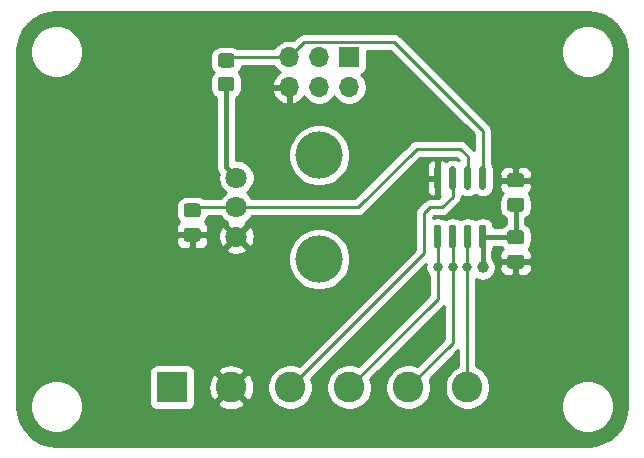
<source format=gbr>
%TF.GenerationSoftware,KiCad,Pcbnew,5.1.9-73d0e3b20d~88~ubuntu20.04.1*%
%TF.CreationDate,2021-04-09T22:55:46+02:00*%
%TF.ProjectId,hardware,68617264-7761-4726-952e-6b696361645f,rev?*%
%TF.SameCoordinates,Original*%
%TF.FileFunction,Copper,L1,Top*%
%TF.FilePolarity,Positive*%
%FSLAX46Y46*%
G04 Gerber Fmt 4.6, Leading zero omitted, Abs format (unit mm)*
G04 Created by KiCad (PCBNEW 5.1.9-73d0e3b20d~88~ubuntu20.04.1) date 2021-04-09 22:55:46*
%MOMM*%
%LPD*%
G01*
G04 APERTURE LIST*
%TA.AperFunction,ComponentPad*%
%ADD10R,2.600000X2.600000*%
%TD*%
%TA.AperFunction,ComponentPad*%
%ADD11C,2.600000*%
%TD*%
%TA.AperFunction,ComponentPad*%
%ADD12R,1.700000X1.700000*%
%TD*%
%TA.AperFunction,ComponentPad*%
%ADD13O,1.700000X1.700000*%
%TD*%
%TA.AperFunction,WasherPad*%
%ADD14C,4.000000*%
%TD*%
%TA.AperFunction,ComponentPad*%
%ADD15C,1.800000*%
%TD*%
%TA.AperFunction,ViaPad*%
%ADD16C,0.800000*%
%TD*%
%TA.AperFunction,ViaPad*%
%ADD17C,1.000000*%
%TD*%
%TA.AperFunction,Conductor*%
%ADD18C,0.400000*%
%TD*%
%TA.AperFunction,Conductor*%
%ADD19C,0.250000*%
%TD*%
%TA.AperFunction,Conductor*%
%ADD20C,0.254000*%
%TD*%
%TA.AperFunction,Conductor*%
%ADD21C,0.100000*%
%TD*%
G04 APERTURE END LIST*
%TO.P,C1,2*%
%TO.N,GND*%
%TA.AperFunction,SMDPad,CuDef*%
G36*
G01*
X111412000Y-141187500D02*
X112362000Y-141187500D01*
G75*
G02*
X112612000Y-141437500I0J-250000D01*
G01*
X112612000Y-142112500D01*
G75*
G02*
X112362000Y-142362500I-250000J0D01*
G01*
X111412000Y-142362500D01*
G75*
G02*
X111162000Y-142112500I0J250000D01*
G01*
X111162000Y-141437500D01*
G75*
G02*
X111412000Y-141187500I250000J0D01*
G01*
G37*
%TD.AperFunction*%
%TO.P,C1,1*%
%TO.N,+5V*%
%TA.AperFunction,SMDPad,CuDef*%
G36*
G01*
X111412000Y-139112500D02*
X112362000Y-139112500D01*
G75*
G02*
X112612000Y-139362500I0J-250000D01*
G01*
X112612000Y-140037500D01*
G75*
G02*
X112362000Y-140287500I-250000J0D01*
G01*
X111412000Y-140287500D01*
G75*
G02*
X111162000Y-140037500I0J250000D01*
G01*
X111162000Y-139362500D01*
G75*
G02*
X111412000Y-139112500I250000J0D01*
G01*
G37*
%TD.AperFunction*%
%TD*%
%TO.P,C2,1*%
%TO.N,+5V*%
%TA.AperFunction,SMDPad,CuDef*%
G36*
G01*
X112362000Y-137536500D02*
X111412000Y-137536500D01*
G75*
G02*
X111162000Y-137286500I0J250000D01*
G01*
X111162000Y-136611500D01*
G75*
G02*
X111412000Y-136361500I250000J0D01*
G01*
X112362000Y-136361500D01*
G75*
G02*
X112612000Y-136611500I0J-250000D01*
G01*
X112612000Y-137286500D01*
G75*
G02*
X112362000Y-137536500I-250000J0D01*
G01*
G37*
%TD.AperFunction*%
%TO.P,C2,2*%
%TO.N,GND*%
%TA.AperFunction,SMDPad,CuDef*%
G36*
G01*
X112362000Y-135461500D02*
X111412000Y-135461500D01*
G75*
G02*
X111162000Y-135211500I0J250000D01*
G01*
X111162000Y-134536500D01*
G75*
G02*
X111412000Y-134286500I250000J0D01*
G01*
X112362000Y-134286500D01*
G75*
G02*
X112612000Y-134536500I0J-250000D01*
G01*
X112612000Y-135211500D01*
G75*
G02*
X112362000Y-135461500I-250000J0D01*
G01*
G37*
%TD.AperFunction*%
%TD*%
%TO.P,C3,1*%
%TO.N,POT*%
%TA.AperFunction,SMDPad,CuDef*%
G36*
G01*
X84025000Y-136837500D02*
X84975000Y-136837500D01*
G75*
G02*
X85225000Y-137087500I0J-250000D01*
G01*
X85225000Y-137762500D01*
G75*
G02*
X84975000Y-138012500I-250000J0D01*
G01*
X84025000Y-138012500D01*
G75*
G02*
X83775000Y-137762500I0J250000D01*
G01*
X83775000Y-137087500D01*
G75*
G02*
X84025000Y-136837500I250000J0D01*
G01*
G37*
%TD.AperFunction*%
%TO.P,C3,2*%
%TO.N,GND*%
%TA.AperFunction,SMDPad,CuDef*%
G36*
G01*
X84025000Y-138912500D02*
X84975000Y-138912500D01*
G75*
G02*
X85225000Y-139162500I0J-250000D01*
G01*
X85225000Y-139837500D01*
G75*
G02*
X84975000Y-140087500I-250000J0D01*
G01*
X84025000Y-140087500D01*
G75*
G02*
X83775000Y-139837500I0J250000D01*
G01*
X83775000Y-139162500D01*
G75*
G02*
X84025000Y-138912500I250000J0D01*
G01*
G37*
%TD.AperFunction*%
%TD*%
D10*
%TO.P,J1,1*%
%TO.N,+5V*%
X82804000Y-152400000D03*
D11*
%TO.P,J1,2*%
%TO.N,GND*%
X87804000Y-152400000D03*
%TO.P,J1,3*%
%TO.N,PWM*%
X92804000Y-152400000D03*
%TO.P,J1,4*%
%TO.N,PB0*%
X97804000Y-152400000D03*
%TO.P,J1,5*%
%TO.N,PB1*%
X102804000Y-152400000D03*
%TO.P,J1,6*%
%TO.N,PB2*%
X107804000Y-152400000D03*
%TD*%
D12*
%TO.P,J2,1*%
%TO.N,PB1*%
X97790000Y-124460000D03*
D13*
%TO.P,J2,2*%
%TO.N,+5V*%
X97790000Y-127000000D03*
%TO.P,J2,3*%
%TO.N,PB2*%
X95250000Y-124460000D03*
%TO.P,J2,4*%
%TO.N,PB0*%
X95250000Y-127000000D03*
%TO.P,J2,5*%
%TO.N,nRST*%
X92710000Y-124460000D03*
%TO.P,J2,6*%
%TO.N,GND*%
X92710000Y-127000000D03*
%TD*%
%TO.P,R1,1*%
%TO.N,+5V*%
%TA.AperFunction,SMDPad,CuDef*%
G36*
G01*
X87826001Y-127330000D02*
X86925999Y-127330000D01*
G75*
G02*
X86676000Y-127080001I0J249999D01*
G01*
X86676000Y-126379999D01*
G75*
G02*
X86925999Y-126130000I249999J0D01*
G01*
X87826001Y-126130000D01*
G75*
G02*
X88076000Y-126379999I0J-249999D01*
G01*
X88076000Y-127080001D01*
G75*
G02*
X87826001Y-127330000I-249999J0D01*
G01*
G37*
%TD.AperFunction*%
%TO.P,R1,2*%
%TO.N,nRST*%
%TA.AperFunction,SMDPad,CuDef*%
G36*
G01*
X87826001Y-125330000D02*
X86925999Y-125330000D01*
G75*
G02*
X86676000Y-125080001I0J249999D01*
G01*
X86676000Y-124379999D01*
G75*
G02*
X86925999Y-124130000I249999J0D01*
G01*
X87826001Y-124130000D01*
G75*
G02*
X88076000Y-124379999I0J-249999D01*
G01*
X88076000Y-125080001D01*
G75*
G02*
X87826001Y-125330000I-249999J0D01*
G01*
G37*
%TD.AperFunction*%
%TD*%
%TO.P,U1,8*%
%TO.N,+5V*%
%TA.AperFunction,SMDPad,CuDef*%
G36*
G01*
X108943000Y-138660000D02*
X109243000Y-138660000D01*
G75*
G02*
X109393000Y-138810000I0J-150000D01*
G01*
X109393000Y-140460000D01*
G75*
G02*
X109243000Y-140610000I-150000J0D01*
G01*
X108943000Y-140610000D01*
G75*
G02*
X108793000Y-140460000I0J150000D01*
G01*
X108793000Y-138810000D01*
G75*
G02*
X108943000Y-138660000I150000J0D01*
G01*
G37*
%TD.AperFunction*%
%TO.P,U1,7*%
%TO.N,PB2*%
%TA.AperFunction,SMDPad,CuDef*%
G36*
G01*
X107673000Y-138660000D02*
X107973000Y-138660000D01*
G75*
G02*
X108123000Y-138810000I0J-150000D01*
G01*
X108123000Y-140460000D01*
G75*
G02*
X107973000Y-140610000I-150000J0D01*
G01*
X107673000Y-140610000D01*
G75*
G02*
X107523000Y-140460000I0J150000D01*
G01*
X107523000Y-138810000D01*
G75*
G02*
X107673000Y-138660000I150000J0D01*
G01*
G37*
%TD.AperFunction*%
%TO.P,U1,6*%
%TO.N,PB1*%
%TA.AperFunction,SMDPad,CuDef*%
G36*
G01*
X106403000Y-138660000D02*
X106703000Y-138660000D01*
G75*
G02*
X106853000Y-138810000I0J-150000D01*
G01*
X106853000Y-140460000D01*
G75*
G02*
X106703000Y-140610000I-150000J0D01*
G01*
X106403000Y-140610000D01*
G75*
G02*
X106253000Y-140460000I0J150000D01*
G01*
X106253000Y-138810000D01*
G75*
G02*
X106403000Y-138660000I150000J0D01*
G01*
G37*
%TD.AperFunction*%
%TO.P,U1,5*%
%TO.N,PB0*%
%TA.AperFunction,SMDPad,CuDef*%
G36*
G01*
X105133000Y-138660000D02*
X105433000Y-138660000D01*
G75*
G02*
X105583000Y-138810000I0J-150000D01*
G01*
X105583000Y-140460000D01*
G75*
G02*
X105433000Y-140610000I-150000J0D01*
G01*
X105133000Y-140610000D01*
G75*
G02*
X104983000Y-140460000I0J150000D01*
G01*
X104983000Y-138810000D01*
G75*
G02*
X105133000Y-138660000I150000J0D01*
G01*
G37*
%TD.AperFunction*%
%TO.P,U1,4*%
%TO.N,GND*%
%TA.AperFunction,SMDPad,CuDef*%
G36*
G01*
X105133000Y-133710000D02*
X105433000Y-133710000D01*
G75*
G02*
X105583000Y-133860000I0J-150000D01*
G01*
X105583000Y-135510000D01*
G75*
G02*
X105433000Y-135660000I-150000J0D01*
G01*
X105133000Y-135660000D01*
G75*
G02*
X104983000Y-135510000I0J150000D01*
G01*
X104983000Y-133860000D01*
G75*
G02*
X105133000Y-133710000I150000J0D01*
G01*
G37*
%TD.AperFunction*%
%TO.P,U1,3*%
%TO.N,PWM*%
%TA.AperFunction,SMDPad,CuDef*%
G36*
G01*
X106403000Y-133710000D02*
X106703000Y-133710000D01*
G75*
G02*
X106853000Y-133860000I0J-150000D01*
G01*
X106853000Y-135510000D01*
G75*
G02*
X106703000Y-135660000I-150000J0D01*
G01*
X106403000Y-135660000D01*
G75*
G02*
X106253000Y-135510000I0J150000D01*
G01*
X106253000Y-133860000D01*
G75*
G02*
X106403000Y-133710000I150000J0D01*
G01*
G37*
%TD.AperFunction*%
%TO.P,U1,2*%
%TO.N,POT*%
%TA.AperFunction,SMDPad,CuDef*%
G36*
G01*
X107673000Y-133710000D02*
X107973000Y-133710000D01*
G75*
G02*
X108123000Y-133860000I0J-150000D01*
G01*
X108123000Y-135510000D01*
G75*
G02*
X107973000Y-135660000I-150000J0D01*
G01*
X107673000Y-135660000D01*
G75*
G02*
X107523000Y-135510000I0J150000D01*
G01*
X107523000Y-133860000D01*
G75*
G02*
X107673000Y-133710000I150000J0D01*
G01*
G37*
%TD.AperFunction*%
%TO.P,U1,1*%
%TO.N,nRST*%
%TA.AperFunction,SMDPad,CuDef*%
G36*
G01*
X108943000Y-133710000D02*
X109243000Y-133710000D01*
G75*
G02*
X109393000Y-133860000I0J-150000D01*
G01*
X109393000Y-135510000D01*
G75*
G02*
X109243000Y-135660000I-150000J0D01*
G01*
X108943000Y-135660000D01*
G75*
G02*
X108793000Y-135510000I0J150000D01*
G01*
X108793000Y-133860000D01*
G75*
G02*
X108943000Y-133710000I150000J0D01*
G01*
G37*
%TD.AperFunction*%
%TD*%
D14*
%TO.P,RV1,*%
%TO.N,*%
X95250000Y-141560000D03*
X95250000Y-132760000D03*
D15*
%TO.P,RV1,1*%
%TO.N,GND*%
X88250000Y-139660000D03*
%TO.P,RV1,2*%
%TO.N,POT*%
X88250000Y-137160000D03*
%TO.P,RV1,3*%
%TO.N,+5V*%
X88250000Y-134660000D03*
%TD*%
D16*
%TO.N,GND*%
X111760000Y-130810000D03*
X111887000Y-146050000D03*
D17*
%TO.N,+5V*%
X109093000Y-142240000D03*
D16*
%TO.N,PB2*%
X107804000Y-142259000D03*
%TO.N,PB1*%
X106553000Y-142240000D03*
%TO.N,PB0*%
X105283000Y-142240000D03*
%TD*%
D18*
%TO.N,+5V*%
X109093000Y-142240000D02*
X109093000Y-139635000D01*
X111887000Y-136949000D02*
X111887000Y-139700000D01*
X109158000Y-139700000D02*
X109093000Y-139635000D01*
X111887000Y-139700000D02*
X109158000Y-139700000D01*
D19*
%TO.N,POT*%
X88250000Y-137160000D02*
X98552000Y-137160000D01*
X98552000Y-137160000D02*
X103505000Y-132207000D01*
X103505000Y-132207000D02*
X107188000Y-132207000D01*
X107823000Y-132842000D02*
X107823000Y-134685000D01*
X107188000Y-132207000D02*
X107823000Y-132842000D01*
X84582000Y-137160000D02*
X88250000Y-137160000D01*
%TO.N,PWM*%
X106553000Y-134685000D02*
X106553000Y-136271000D01*
X106553000Y-136271000D02*
X105664000Y-137160000D01*
X105664000Y-137160000D02*
X104648000Y-137160000D01*
X104648000Y-137160000D02*
X104140000Y-137668000D01*
X104140000Y-141064000D02*
X92804000Y-152400000D01*
X104140000Y-137668000D02*
X104140000Y-141064000D01*
%TO.N,PB2*%
X107804000Y-139654000D02*
X107823000Y-139635000D01*
X107804000Y-152400000D02*
X107804000Y-142259000D01*
X107804000Y-142259000D02*
X107804000Y-139654000D01*
%TO.N,PB1*%
X106553000Y-148651000D02*
X102804000Y-152400000D01*
X106553000Y-139635000D02*
X106553000Y-142240000D01*
X106553000Y-142240000D02*
X106553000Y-148651000D01*
%TO.N,PB0*%
X105283000Y-144921000D02*
X97804000Y-152400000D01*
X105283000Y-139635000D02*
X105283000Y-142240000D01*
X105283000Y-142240000D02*
X105283000Y-144921000D01*
%TO.N,nRST*%
X109093000Y-134685000D02*
X109093000Y-130683000D01*
X109093000Y-130683000D02*
X101600000Y-123190000D01*
X93980000Y-123190000D02*
X92710000Y-124460000D01*
X101600000Y-123190000D02*
X93980000Y-123190000D01*
X87646000Y-124460000D02*
X87376000Y-124730000D01*
X92710000Y-124460000D02*
X87646000Y-124460000D01*
D18*
%TO.N,+5V*%
X87376000Y-133786000D02*
X88250000Y-134660000D01*
X87376000Y-126730000D02*
X87376000Y-133786000D01*
%TD*%
D20*
%TO.N,GND*%
X118648126Y-120726714D02*
X119271572Y-120914943D01*
X119846579Y-121220681D01*
X120351247Y-121632279D01*
X120766362Y-122134067D01*
X121076105Y-122706924D01*
X121268682Y-123329039D01*
X121340001Y-124007594D01*
X121340000Y-153967721D01*
X121273286Y-154648126D01*
X121085057Y-155271570D01*
X120779323Y-155846573D01*
X120367721Y-156351248D01*
X119865933Y-156766362D01*
X119293077Y-157076104D01*
X118670961Y-157268682D01*
X117992417Y-157340000D01*
X73032279Y-157340000D01*
X72351874Y-157273286D01*
X71728430Y-157085057D01*
X71153427Y-156779323D01*
X70648752Y-156367721D01*
X70233638Y-155865933D01*
X69923896Y-155293077D01*
X69731318Y-154670961D01*
X69660000Y-153992417D01*
X69660000Y-153779872D01*
X70765000Y-153779872D01*
X70765000Y-154220128D01*
X70850890Y-154651925D01*
X71019369Y-155058669D01*
X71263962Y-155424729D01*
X71575271Y-155736038D01*
X71941331Y-155980631D01*
X72348075Y-156149110D01*
X72779872Y-156235000D01*
X73220128Y-156235000D01*
X73651925Y-156149110D01*
X74058669Y-155980631D01*
X74424729Y-155736038D01*
X74736038Y-155424729D01*
X74980631Y-155058669D01*
X75149110Y-154651925D01*
X75235000Y-154220128D01*
X75235000Y-153779872D01*
X75149110Y-153348075D01*
X74980631Y-152941331D01*
X74736038Y-152575271D01*
X74424729Y-152263962D01*
X74058669Y-152019369D01*
X73651925Y-151850890D01*
X73220128Y-151765000D01*
X72779872Y-151765000D01*
X72348075Y-151850890D01*
X71941331Y-152019369D01*
X71575271Y-152263962D01*
X71263962Y-152575271D01*
X71019369Y-152941331D01*
X70850890Y-153348075D01*
X70765000Y-153779872D01*
X69660000Y-153779872D01*
X69660000Y-151100000D01*
X80865928Y-151100000D01*
X80865928Y-153700000D01*
X80878188Y-153824482D01*
X80914498Y-153944180D01*
X80973463Y-154054494D01*
X81052815Y-154151185D01*
X81149506Y-154230537D01*
X81259820Y-154289502D01*
X81379518Y-154325812D01*
X81504000Y-154338072D01*
X84104000Y-154338072D01*
X84228482Y-154325812D01*
X84348180Y-154289502D01*
X84458494Y-154230537D01*
X84555185Y-154151185D01*
X84634537Y-154054494D01*
X84693502Y-153944180D01*
X84729812Y-153824482D01*
X84737224Y-153749224D01*
X86634381Y-153749224D01*
X86766317Y-154044312D01*
X87107045Y-154215159D01*
X87474557Y-154316250D01*
X87854729Y-154343701D01*
X88232951Y-154296457D01*
X88594690Y-154176333D01*
X88841683Y-154044312D01*
X88973619Y-153749224D01*
X87804000Y-152579605D01*
X86634381Y-153749224D01*
X84737224Y-153749224D01*
X84742072Y-153700000D01*
X84742072Y-152450729D01*
X85860299Y-152450729D01*
X85907543Y-152828951D01*
X86027667Y-153190690D01*
X86159688Y-153437683D01*
X86454776Y-153569619D01*
X87624395Y-152400000D01*
X87983605Y-152400000D01*
X89153224Y-153569619D01*
X89448312Y-153437683D01*
X89619159Y-153096955D01*
X89720250Y-152729443D01*
X89747701Y-152349271D01*
X89700457Y-151971049D01*
X89580333Y-151609310D01*
X89448312Y-151362317D01*
X89153224Y-151230381D01*
X87983605Y-152400000D01*
X87624395Y-152400000D01*
X86454776Y-151230381D01*
X86159688Y-151362317D01*
X85988841Y-151703045D01*
X85887750Y-152070557D01*
X85860299Y-152450729D01*
X84742072Y-152450729D01*
X84742072Y-151100000D01*
X84737225Y-151050776D01*
X86634381Y-151050776D01*
X87804000Y-152220395D01*
X88973619Y-151050776D01*
X88841683Y-150755688D01*
X88500955Y-150584841D01*
X88133443Y-150483750D01*
X87753271Y-150456299D01*
X87375049Y-150503543D01*
X87013310Y-150623667D01*
X86766317Y-150755688D01*
X86634381Y-151050776D01*
X84737225Y-151050776D01*
X84729812Y-150975518D01*
X84693502Y-150855820D01*
X84634537Y-150745506D01*
X84555185Y-150648815D01*
X84458494Y-150569463D01*
X84348180Y-150510498D01*
X84228482Y-150474188D01*
X84104000Y-150461928D01*
X81504000Y-150461928D01*
X81379518Y-150474188D01*
X81259820Y-150510498D01*
X81149506Y-150569463D01*
X81052815Y-150648815D01*
X80973463Y-150745506D01*
X80914498Y-150855820D01*
X80878188Y-150975518D01*
X80865928Y-151100000D01*
X69660000Y-151100000D01*
X69660000Y-141300475D01*
X92615000Y-141300475D01*
X92615000Y-141819525D01*
X92716261Y-142328601D01*
X92914893Y-142808141D01*
X93203262Y-143239715D01*
X93570285Y-143606738D01*
X94001859Y-143895107D01*
X94481399Y-144093739D01*
X94990475Y-144195000D01*
X95509525Y-144195000D01*
X96018601Y-144093739D01*
X96498141Y-143895107D01*
X96929715Y-143606738D01*
X97296738Y-143239715D01*
X97585107Y-142808141D01*
X97783739Y-142328601D01*
X97885000Y-141819525D01*
X97885000Y-141300475D01*
X97783739Y-140791399D01*
X97585107Y-140311859D01*
X97296738Y-139880285D01*
X96929715Y-139513262D01*
X96498141Y-139224893D01*
X96018601Y-139026261D01*
X95509525Y-138925000D01*
X94990475Y-138925000D01*
X94481399Y-139026261D01*
X94001859Y-139224893D01*
X93570285Y-139513262D01*
X93203262Y-139880285D01*
X92914893Y-140311859D01*
X92716261Y-140791399D01*
X92615000Y-141300475D01*
X69660000Y-141300475D01*
X69660000Y-140087500D01*
X83136928Y-140087500D01*
X83149188Y-140211982D01*
X83185498Y-140331680D01*
X83244463Y-140441994D01*
X83323815Y-140538685D01*
X83420506Y-140618037D01*
X83530820Y-140677002D01*
X83650518Y-140713312D01*
X83775000Y-140725572D01*
X84214250Y-140722500D01*
X84373000Y-140563750D01*
X84373000Y-139627000D01*
X84627000Y-139627000D01*
X84627000Y-140563750D01*
X84785750Y-140722500D01*
X85225000Y-140725572D01*
X85240149Y-140724080D01*
X87365525Y-140724080D01*
X87449208Y-140978261D01*
X87721775Y-141109158D01*
X88014642Y-141184365D01*
X88316553Y-141200991D01*
X88615907Y-141158397D01*
X88901199Y-141058222D01*
X89050792Y-140978261D01*
X89134475Y-140724080D01*
X88250000Y-139839605D01*
X87365525Y-140724080D01*
X85240149Y-140724080D01*
X85349482Y-140713312D01*
X85469180Y-140677002D01*
X85579494Y-140618037D01*
X85676185Y-140538685D01*
X85755537Y-140441994D01*
X85814502Y-140331680D01*
X85850812Y-140211982D01*
X85863072Y-140087500D01*
X85860000Y-139785750D01*
X85800803Y-139726553D01*
X86709009Y-139726553D01*
X86751603Y-140025907D01*
X86851778Y-140311199D01*
X86931739Y-140460792D01*
X87185920Y-140544475D01*
X88070395Y-139660000D01*
X88429605Y-139660000D01*
X89314080Y-140544475D01*
X89568261Y-140460792D01*
X89699158Y-140188225D01*
X89774365Y-139895358D01*
X89790991Y-139593447D01*
X89748397Y-139294093D01*
X89648222Y-139008801D01*
X89568261Y-138859208D01*
X89314080Y-138775525D01*
X88429605Y-139660000D01*
X88070395Y-139660000D01*
X87185920Y-138775525D01*
X86931739Y-138859208D01*
X86800842Y-139131775D01*
X86725635Y-139424642D01*
X86709009Y-139726553D01*
X85800803Y-139726553D01*
X85701250Y-139627000D01*
X84627000Y-139627000D01*
X84373000Y-139627000D01*
X83298750Y-139627000D01*
X83140000Y-139785750D01*
X83136928Y-140087500D01*
X69660000Y-140087500D01*
X69660000Y-137087500D01*
X83136928Y-137087500D01*
X83136928Y-137762500D01*
X83153992Y-137935754D01*
X83204528Y-138102350D01*
X83286595Y-138255886D01*
X83397038Y-138390462D01*
X83403594Y-138395842D01*
X83323815Y-138461315D01*
X83244463Y-138558006D01*
X83185498Y-138668320D01*
X83149188Y-138788018D01*
X83136928Y-138912500D01*
X83140000Y-139214250D01*
X83298750Y-139373000D01*
X84373000Y-139373000D01*
X84373000Y-139353000D01*
X84627000Y-139353000D01*
X84627000Y-139373000D01*
X85701250Y-139373000D01*
X85860000Y-139214250D01*
X85863072Y-138912500D01*
X85850812Y-138788018D01*
X85814502Y-138668320D01*
X85755537Y-138558006D01*
X85676185Y-138461315D01*
X85596406Y-138395842D01*
X85602962Y-138390462D01*
X85713405Y-138255886D01*
X85795472Y-138102350D01*
X85846008Y-137935754D01*
X85847560Y-137920000D01*
X86911687Y-137920000D01*
X87057688Y-138138505D01*
X87271495Y-138352312D01*
X87414310Y-138447738D01*
X87365525Y-138595920D01*
X88250000Y-139480395D01*
X89134475Y-138595920D01*
X89085690Y-138447738D01*
X89228505Y-138352312D01*
X89442312Y-138138505D01*
X89588313Y-137920000D01*
X98514678Y-137920000D01*
X98552000Y-137923676D01*
X98589322Y-137920000D01*
X98589333Y-137920000D01*
X98700986Y-137909003D01*
X98844247Y-137865546D01*
X98976276Y-137794974D01*
X99092001Y-137700001D01*
X99115804Y-137670997D01*
X101126801Y-135660000D01*
X104344928Y-135660000D01*
X104357188Y-135784482D01*
X104393498Y-135904180D01*
X104452463Y-136014494D01*
X104531815Y-136111185D01*
X104628506Y-136190537D01*
X104738820Y-136249502D01*
X104858518Y-136285812D01*
X104983000Y-136298072D01*
X104997250Y-136295000D01*
X105156000Y-136136250D01*
X105156000Y-134812000D01*
X104506750Y-134812000D01*
X104348000Y-134970750D01*
X104344928Y-135660000D01*
X101126801Y-135660000D01*
X103076801Y-133710000D01*
X104344928Y-133710000D01*
X104348000Y-134399250D01*
X104506750Y-134558000D01*
X105156000Y-134558000D01*
X105156000Y-133233750D01*
X104997250Y-133075000D01*
X104983000Y-133071928D01*
X104858518Y-133084188D01*
X104738820Y-133120498D01*
X104628506Y-133179463D01*
X104531815Y-133258815D01*
X104452463Y-133355506D01*
X104393498Y-133465820D01*
X104357188Y-133585518D01*
X104344928Y-133710000D01*
X103076801Y-133710000D01*
X103819802Y-132967000D01*
X106873199Y-132967000D01*
X107063000Y-133156802D01*
X107063000Y-133163141D01*
X107004582Y-133131916D01*
X106856745Y-133087071D01*
X106703000Y-133071928D01*
X106403000Y-133071928D01*
X106249255Y-133087071D01*
X106101418Y-133131916D01*
X105967064Y-133203730D01*
X105937494Y-133179463D01*
X105827180Y-133120498D01*
X105707482Y-133084188D01*
X105583000Y-133071928D01*
X105568750Y-133075000D01*
X105410000Y-133233750D01*
X105410000Y-134558000D01*
X105430000Y-134558000D01*
X105430000Y-134812000D01*
X105410000Y-134812000D01*
X105410000Y-136136250D01*
X105511474Y-136237724D01*
X105349199Y-136400000D01*
X104685322Y-136400000D01*
X104647999Y-136396324D01*
X104610676Y-136400000D01*
X104610667Y-136400000D01*
X104499014Y-136410997D01*
X104355753Y-136454454D01*
X104223724Y-136525026D01*
X104107999Y-136619999D01*
X104084200Y-136648998D01*
X103629002Y-137104197D01*
X103599999Y-137127999D01*
X103573737Y-137160000D01*
X103505026Y-137243724D01*
X103470142Y-137308987D01*
X103434454Y-137375754D01*
X103390997Y-137519015D01*
X103380000Y-137630668D01*
X103380000Y-137630678D01*
X103376324Y-137668000D01*
X103380000Y-137705323D01*
X103380001Y-140749197D01*
X93524986Y-150604213D01*
X93368419Y-150539361D01*
X92994581Y-150465000D01*
X92613419Y-150465000D01*
X92239581Y-150539361D01*
X91887434Y-150685225D01*
X91570509Y-150896987D01*
X91300987Y-151166509D01*
X91089225Y-151483434D01*
X90943361Y-151835581D01*
X90869000Y-152209419D01*
X90869000Y-152590581D01*
X90943361Y-152964419D01*
X91089225Y-153316566D01*
X91300987Y-153633491D01*
X91570509Y-153903013D01*
X91887434Y-154114775D01*
X92239581Y-154260639D01*
X92613419Y-154335000D01*
X92994581Y-154335000D01*
X93368419Y-154260639D01*
X93720566Y-154114775D01*
X94037491Y-153903013D01*
X94307013Y-153633491D01*
X94518775Y-153316566D01*
X94664639Y-152964419D01*
X94739000Y-152590581D01*
X94739000Y-152209419D01*
X94664639Y-151835581D01*
X94599787Y-151679014D01*
X104274632Y-142004170D01*
X104248000Y-142138061D01*
X104248000Y-142341939D01*
X104287774Y-142541898D01*
X104365795Y-142730256D01*
X104479063Y-142899774D01*
X104523000Y-142943711D01*
X104523001Y-144606197D01*
X98524986Y-150604213D01*
X98368419Y-150539361D01*
X97994581Y-150465000D01*
X97613419Y-150465000D01*
X97239581Y-150539361D01*
X96887434Y-150685225D01*
X96570509Y-150896987D01*
X96300987Y-151166509D01*
X96089225Y-151483434D01*
X95943361Y-151835581D01*
X95869000Y-152209419D01*
X95869000Y-152590581D01*
X95943361Y-152964419D01*
X96089225Y-153316566D01*
X96300987Y-153633491D01*
X96570509Y-153903013D01*
X96887434Y-154114775D01*
X97239581Y-154260639D01*
X97613419Y-154335000D01*
X97994581Y-154335000D01*
X98368419Y-154260639D01*
X98720566Y-154114775D01*
X99037491Y-153903013D01*
X99307013Y-153633491D01*
X99518775Y-153316566D01*
X99664639Y-152964419D01*
X99739000Y-152590581D01*
X99739000Y-152209419D01*
X99664639Y-151835581D01*
X99599787Y-151679014D01*
X105793001Y-145485801D01*
X105793001Y-148336197D01*
X103524986Y-150604213D01*
X103368419Y-150539361D01*
X102994581Y-150465000D01*
X102613419Y-150465000D01*
X102239581Y-150539361D01*
X101887434Y-150685225D01*
X101570509Y-150896987D01*
X101300987Y-151166509D01*
X101089225Y-151483434D01*
X100943361Y-151835581D01*
X100869000Y-152209419D01*
X100869000Y-152590581D01*
X100943361Y-152964419D01*
X101089225Y-153316566D01*
X101300987Y-153633491D01*
X101570509Y-153903013D01*
X101887434Y-154114775D01*
X102239581Y-154260639D01*
X102613419Y-154335000D01*
X102994581Y-154335000D01*
X103368419Y-154260639D01*
X103720566Y-154114775D01*
X104037491Y-153903013D01*
X104307013Y-153633491D01*
X104518775Y-153316566D01*
X104664639Y-152964419D01*
X104739000Y-152590581D01*
X104739000Y-152209419D01*
X104664639Y-151835581D01*
X104599787Y-151679014D01*
X107044000Y-149234802D01*
X107044000Y-150620373D01*
X106887434Y-150685225D01*
X106570509Y-150896987D01*
X106300987Y-151166509D01*
X106089225Y-151483434D01*
X105943361Y-151835581D01*
X105869000Y-152209419D01*
X105869000Y-152590581D01*
X105943361Y-152964419D01*
X106089225Y-153316566D01*
X106300987Y-153633491D01*
X106570509Y-153903013D01*
X106887434Y-154114775D01*
X107239581Y-154260639D01*
X107613419Y-154335000D01*
X107994581Y-154335000D01*
X108368419Y-154260639D01*
X108720566Y-154114775D01*
X109037491Y-153903013D01*
X109160632Y-153779872D01*
X115765000Y-153779872D01*
X115765000Y-154220128D01*
X115850890Y-154651925D01*
X116019369Y-155058669D01*
X116263962Y-155424729D01*
X116575271Y-155736038D01*
X116941331Y-155980631D01*
X117348075Y-156149110D01*
X117779872Y-156235000D01*
X118220128Y-156235000D01*
X118651925Y-156149110D01*
X119058669Y-155980631D01*
X119424729Y-155736038D01*
X119736038Y-155424729D01*
X119980631Y-155058669D01*
X120149110Y-154651925D01*
X120235000Y-154220128D01*
X120235000Y-153779872D01*
X120149110Y-153348075D01*
X119980631Y-152941331D01*
X119736038Y-152575271D01*
X119424729Y-152263962D01*
X119058669Y-152019369D01*
X118651925Y-151850890D01*
X118220128Y-151765000D01*
X117779872Y-151765000D01*
X117348075Y-151850890D01*
X116941331Y-152019369D01*
X116575271Y-152263962D01*
X116263962Y-152575271D01*
X116019369Y-152941331D01*
X115850890Y-153348075D01*
X115765000Y-153779872D01*
X109160632Y-153779872D01*
X109307013Y-153633491D01*
X109518775Y-153316566D01*
X109664639Y-152964419D01*
X109739000Y-152590581D01*
X109739000Y-152209419D01*
X109664639Y-151835581D01*
X109518775Y-151483434D01*
X109307013Y-151166509D01*
X109037491Y-150896987D01*
X108720566Y-150685225D01*
X108564000Y-150620373D01*
X108564000Y-143249396D01*
X108761933Y-143331383D01*
X108981212Y-143375000D01*
X109204788Y-143375000D01*
X109424067Y-143331383D01*
X109630624Y-143245824D01*
X109816520Y-143121612D01*
X109974612Y-142963520D01*
X110098824Y-142777624D01*
X110184383Y-142571067D01*
X110225869Y-142362500D01*
X110523928Y-142362500D01*
X110536188Y-142486982D01*
X110572498Y-142606680D01*
X110631463Y-142716994D01*
X110710815Y-142813685D01*
X110807506Y-142893037D01*
X110917820Y-142952002D01*
X111037518Y-142988312D01*
X111162000Y-143000572D01*
X111601250Y-142997500D01*
X111760000Y-142838750D01*
X111760000Y-141902000D01*
X112014000Y-141902000D01*
X112014000Y-142838750D01*
X112172750Y-142997500D01*
X112612000Y-143000572D01*
X112736482Y-142988312D01*
X112856180Y-142952002D01*
X112966494Y-142893037D01*
X113063185Y-142813685D01*
X113142537Y-142716994D01*
X113201502Y-142606680D01*
X113237812Y-142486982D01*
X113250072Y-142362500D01*
X113247000Y-142060750D01*
X113088250Y-141902000D01*
X112014000Y-141902000D01*
X111760000Y-141902000D01*
X110685750Y-141902000D01*
X110527000Y-142060750D01*
X110523928Y-142362500D01*
X110225869Y-142362500D01*
X110228000Y-142351788D01*
X110228000Y-142128212D01*
X110184383Y-141908933D01*
X110098824Y-141702376D01*
X109974612Y-141516480D01*
X109928000Y-141469868D01*
X109928000Y-140842186D01*
X109971084Y-140761582D01*
X110015929Y-140613745D01*
X110023685Y-140535000D01*
X110676971Y-140535000D01*
X110784038Y-140665462D01*
X110790594Y-140670842D01*
X110710815Y-140736315D01*
X110631463Y-140833006D01*
X110572498Y-140943320D01*
X110536188Y-141063018D01*
X110523928Y-141187500D01*
X110527000Y-141489250D01*
X110685750Y-141648000D01*
X111760000Y-141648000D01*
X111760000Y-141628000D01*
X112014000Y-141628000D01*
X112014000Y-141648000D01*
X113088250Y-141648000D01*
X113247000Y-141489250D01*
X113250072Y-141187500D01*
X113237812Y-141063018D01*
X113201502Y-140943320D01*
X113142537Y-140833006D01*
X113063185Y-140736315D01*
X112983406Y-140670842D01*
X112989962Y-140665462D01*
X113100405Y-140530886D01*
X113182472Y-140377350D01*
X113233008Y-140210754D01*
X113250072Y-140037500D01*
X113250072Y-139362500D01*
X113233008Y-139189246D01*
X113182472Y-139022650D01*
X113100405Y-138869114D01*
X112989962Y-138734538D01*
X112855386Y-138624095D01*
X112722000Y-138552798D01*
X112722000Y-138096202D01*
X112855386Y-138024905D01*
X112989962Y-137914462D01*
X113100405Y-137779886D01*
X113182472Y-137626350D01*
X113233008Y-137459754D01*
X113250072Y-137286500D01*
X113250072Y-136611500D01*
X113233008Y-136438246D01*
X113182472Y-136271650D01*
X113100405Y-136118114D01*
X112989962Y-135983538D01*
X112983406Y-135978158D01*
X113063185Y-135912685D01*
X113142537Y-135815994D01*
X113201502Y-135705680D01*
X113237812Y-135585982D01*
X113250072Y-135461500D01*
X113247000Y-135159750D01*
X113088250Y-135001000D01*
X112014000Y-135001000D01*
X112014000Y-135021000D01*
X111760000Y-135021000D01*
X111760000Y-135001000D01*
X110685750Y-135001000D01*
X110527000Y-135159750D01*
X110523928Y-135461500D01*
X110536188Y-135585982D01*
X110572498Y-135705680D01*
X110631463Y-135815994D01*
X110710815Y-135912685D01*
X110790594Y-135978158D01*
X110784038Y-135983538D01*
X110673595Y-136118114D01*
X110591528Y-136271650D01*
X110540992Y-136438246D01*
X110523928Y-136611500D01*
X110523928Y-137286500D01*
X110540992Y-137459754D01*
X110591528Y-137626350D01*
X110673595Y-137779886D01*
X110784038Y-137914462D01*
X110918614Y-138024905D01*
X111052000Y-138096202D01*
X111052001Y-138552798D01*
X110918614Y-138624095D01*
X110784038Y-138734538D01*
X110676971Y-138865000D01*
X110031072Y-138865000D01*
X110031072Y-138810000D01*
X110015929Y-138656255D01*
X109971084Y-138508418D01*
X109898258Y-138372171D01*
X109800251Y-138252749D01*
X109680829Y-138154742D01*
X109544582Y-138081916D01*
X109396745Y-138037071D01*
X109243000Y-138021928D01*
X108943000Y-138021928D01*
X108789255Y-138037071D01*
X108641418Y-138081916D01*
X108505171Y-138154742D01*
X108458000Y-138193454D01*
X108410829Y-138154742D01*
X108274582Y-138081916D01*
X108126745Y-138037071D01*
X107973000Y-138021928D01*
X107673000Y-138021928D01*
X107519255Y-138037071D01*
X107371418Y-138081916D01*
X107235171Y-138154742D01*
X107188000Y-138193454D01*
X107140829Y-138154742D01*
X107004582Y-138081916D01*
X106856745Y-138037071D01*
X106703000Y-138021928D01*
X106403000Y-138021928D01*
X106249255Y-138037071D01*
X106101418Y-138081916D01*
X105965171Y-138154742D01*
X105918000Y-138193454D01*
X105870829Y-138154742D01*
X105734582Y-138081916D01*
X105586745Y-138037071D01*
X105433000Y-138021928D01*
X105133000Y-138021928D01*
X104979255Y-138037071D01*
X104900000Y-138061112D01*
X104900000Y-137982801D01*
X104962802Y-137920000D01*
X105626678Y-137920000D01*
X105664000Y-137923676D01*
X105701322Y-137920000D01*
X105701333Y-137920000D01*
X105812986Y-137909003D01*
X105956247Y-137865546D01*
X106088276Y-137794974D01*
X106204001Y-137700001D01*
X106227803Y-137670998D01*
X107064003Y-136834799D01*
X107093001Y-136811001D01*
X107187974Y-136695276D01*
X107258546Y-136563247D01*
X107302003Y-136419986D01*
X107313000Y-136308333D01*
X107313000Y-136308323D01*
X107316676Y-136271000D01*
X107313000Y-136233677D01*
X107313000Y-136206859D01*
X107371418Y-136238084D01*
X107519255Y-136282929D01*
X107673000Y-136298072D01*
X107973000Y-136298072D01*
X108126745Y-136282929D01*
X108274582Y-136238084D01*
X108410829Y-136165258D01*
X108458000Y-136126546D01*
X108505171Y-136165258D01*
X108641418Y-136238084D01*
X108789255Y-136282929D01*
X108943000Y-136298072D01*
X109243000Y-136298072D01*
X109396745Y-136282929D01*
X109544582Y-136238084D01*
X109680829Y-136165258D01*
X109800251Y-136067251D01*
X109898258Y-135947829D01*
X109971084Y-135811582D01*
X110015929Y-135663745D01*
X110031072Y-135510000D01*
X110031072Y-134286500D01*
X110523928Y-134286500D01*
X110527000Y-134588250D01*
X110685750Y-134747000D01*
X111760000Y-134747000D01*
X111760000Y-133810250D01*
X112014000Y-133810250D01*
X112014000Y-134747000D01*
X113088250Y-134747000D01*
X113247000Y-134588250D01*
X113250072Y-134286500D01*
X113237812Y-134162018D01*
X113201502Y-134042320D01*
X113142537Y-133932006D01*
X113063185Y-133835315D01*
X112966494Y-133755963D01*
X112856180Y-133696998D01*
X112736482Y-133660688D01*
X112612000Y-133648428D01*
X112172750Y-133651500D01*
X112014000Y-133810250D01*
X111760000Y-133810250D01*
X111601250Y-133651500D01*
X111162000Y-133648428D01*
X111037518Y-133660688D01*
X110917820Y-133696998D01*
X110807506Y-133755963D01*
X110710815Y-133835315D01*
X110631463Y-133932006D01*
X110572498Y-134042320D01*
X110536188Y-134162018D01*
X110523928Y-134286500D01*
X110031072Y-134286500D01*
X110031072Y-133860000D01*
X110015929Y-133706255D01*
X109971084Y-133558418D01*
X109898258Y-133422171D01*
X109853000Y-133367024D01*
X109853000Y-130720322D01*
X109856676Y-130682999D01*
X109853000Y-130645676D01*
X109853000Y-130645667D01*
X109842003Y-130534014D01*
X109798546Y-130390753D01*
X109727974Y-130258724D01*
X109633001Y-130142999D01*
X109604003Y-130119201D01*
X103264674Y-123779872D01*
X115765000Y-123779872D01*
X115765000Y-124220128D01*
X115850890Y-124651925D01*
X116019369Y-125058669D01*
X116263962Y-125424729D01*
X116575271Y-125736038D01*
X116941331Y-125980631D01*
X117348075Y-126149110D01*
X117779872Y-126235000D01*
X118220128Y-126235000D01*
X118651925Y-126149110D01*
X119058669Y-125980631D01*
X119424729Y-125736038D01*
X119736038Y-125424729D01*
X119980631Y-125058669D01*
X120149110Y-124651925D01*
X120235000Y-124220128D01*
X120235000Y-123779872D01*
X120149110Y-123348075D01*
X119980631Y-122941331D01*
X119736038Y-122575271D01*
X119424729Y-122263962D01*
X119058669Y-122019369D01*
X118651925Y-121850890D01*
X118220128Y-121765000D01*
X117779872Y-121765000D01*
X117348075Y-121850890D01*
X116941331Y-122019369D01*
X116575271Y-122263962D01*
X116263962Y-122575271D01*
X116019369Y-122941331D01*
X115850890Y-123348075D01*
X115765000Y-123779872D01*
X103264674Y-123779872D01*
X102163804Y-122679003D01*
X102140001Y-122649999D01*
X102024276Y-122555026D01*
X101892247Y-122484454D01*
X101748986Y-122440997D01*
X101637333Y-122430000D01*
X101637322Y-122430000D01*
X101600000Y-122426324D01*
X101562678Y-122430000D01*
X94017322Y-122430000D01*
X93979999Y-122426324D01*
X93942676Y-122430000D01*
X93942667Y-122430000D01*
X93831014Y-122440997D01*
X93687753Y-122484454D01*
X93555724Y-122555026D01*
X93439999Y-122649999D01*
X93416201Y-122678997D01*
X93076408Y-123018790D01*
X92856260Y-122975000D01*
X92563740Y-122975000D01*
X92276842Y-123032068D01*
X92006589Y-123144010D01*
X91763368Y-123306525D01*
X91556525Y-123513368D01*
X91431822Y-123700000D01*
X88390554Y-123700000D01*
X88319387Y-123641595D01*
X88165851Y-123559528D01*
X87999255Y-123508992D01*
X87826001Y-123491928D01*
X86925999Y-123491928D01*
X86752745Y-123508992D01*
X86586149Y-123559528D01*
X86432613Y-123641595D01*
X86298038Y-123752038D01*
X86187595Y-123886613D01*
X86105528Y-124040149D01*
X86054992Y-124206745D01*
X86037928Y-124379999D01*
X86037928Y-125080001D01*
X86054992Y-125253255D01*
X86105528Y-125419851D01*
X86187595Y-125573387D01*
X86298038Y-125707962D01*
X86324891Y-125730000D01*
X86298038Y-125752038D01*
X86187595Y-125886613D01*
X86105528Y-126040149D01*
X86054992Y-126206745D01*
X86037928Y-126379999D01*
X86037928Y-127080001D01*
X86054992Y-127253255D01*
X86105528Y-127419851D01*
X86187595Y-127573387D01*
X86298038Y-127707962D01*
X86432613Y-127818405D01*
X86541000Y-127876339D01*
X86541001Y-133744972D01*
X86536960Y-133786000D01*
X86553082Y-133949688D01*
X86600828Y-134107086D01*
X86678364Y-134252145D01*
X86701907Y-134280832D01*
X86748947Y-134338151D01*
X86715000Y-134508816D01*
X86715000Y-134811184D01*
X86773989Y-135107743D01*
X86889701Y-135387095D01*
X87057688Y-135638505D01*
X87271495Y-135852312D01*
X87357831Y-135910000D01*
X87271495Y-135967688D01*
X87057688Y-136181495D01*
X86911687Y-136400000D01*
X85530414Y-136400000D01*
X85468386Y-136349095D01*
X85314850Y-136267028D01*
X85148254Y-136216492D01*
X84975000Y-136199428D01*
X84025000Y-136199428D01*
X83851746Y-136216492D01*
X83685150Y-136267028D01*
X83531614Y-136349095D01*
X83397038Y-136459538D01*
X83286595Y-136594114D01*
X83204528Y-136747650D01*
X83153992Y-136914246D01*
X83136928Y-137087500D01*
X69660000Y-137087500D01*
X69660000Y-124032278D01*
X69684748Y-123779872D01*
X70765000Y-123779872D01*
X70765000Y-124220128D01*
X70850890Y-124651925D01*
X71019369Y-125058669D01*
X71263962Y-125424729D01*
X71575271Y-125736038D01*
X71941331Y-125980631D01*
X72348075Y-126149110D01*
X72779872Y-126235000D01*
X73220128Y-126235000D01*
X73651925Y-126149110D01*
X74058669Y-125980631D01*
X74424729Y-125736038D01*
X74736038Y-125424729D01*
X74980631Y-125058669D01*
X75149110Y-124651925D01*
X75235000Y-124220128D01*
X75235000Y-123779872D01*
X75149110Y-123348075D01*
X74980631Y-122941331D01*
X74736038Y-122575271D01*
X74424729Y-122263962D01*
X74058669Y-122019369D01*
X73651925Y-121850890D01*
X73220128Y-121765000D01*
X72779872Y-121765000D01*
X72348075Y-121850890D01*
X71941331Y-122019369D01*
X71575271Y-122263962D01*
X71263962Y-122575271D01*
X71019369Y-122941331D01*
X70850890Y-123348075D01*
X70765000Y-123779872D01*
X69684748Y-123779872D01*
X69726714Y-123351874D01*
X69914943Y-122728428D01*
X70220681Y-122153421D01*
X70632279Y-121648753D01*
X71134067Y-121233638D01*
X71706924Y-120923895D01*
X72329039Y-120731318D01*
X73007584Y-120660000D01*
X117967722Y-120660000D01*
X118648126Y-120726714D01*
%TA.AperFunction,Conductor*%
D21*
G36*
X118648126Y-120726714D02*
G01*
X119271572Y-120914943D01*
X119846579Y-121220681D01*
X120351247Y-121632279D01*
X120766362Y-122134067D01*
X121076105Y-122706924D01*
X121268682Y-123329039D01*
X121340001Y-124007594D01*
X121340000Y-153967721D01*
X121273286Y-154648126D01*
X121085057Y-155271570D01*
X120779323Y-155846573D01*
X120367721Y-156351248D01*
X119865933Y-156766362D01*
X119293077Y-157076104D01*
X118670961Y-157268682D01*
X117992417Y-157340000D01*
X73032279Y-157340000D01*
X72351874Y-157273286D01*
X71728430Y-157085057D01*
X71153427Y-156779323D01*
X70648752Y-156367721D01*
X70233638Y-155865933D01*
X69923896Y-155293077D01*
X69731318Y-154670961D01*
X69660000Y-153992417D01*
X69660000Y-153779872D01*
X70765000Y-153779872D01*
X70765000Y-154220128D01*
X70850890Y-154651925D01*
X71019369Y-155058669D01*
X71263962Y-155424729D01*
X71575271Y-155736038D01*
X71941331Y-155980631D01*
X72348075Y-156149110D01*
X72779872Y-156235000D01*
X73220128Y-156235000D01*
X73651925Y-156149110D01*
X74058669Y-155980631D01*
X74424729Y-155736038D01*
X74736038Y-155424729D01*
X74980631Y-155058669D01*
X75149110Y-154651925D01*
X75235000Y-154220128D01*
X75235000Y-153779872D01*
X75149110Y-153348075D01*
X74980631Y-152941331D01*
X74736038Y-152575271D01*
X74424729Y-152263962D01*
X74058669Y-152019369D01*
X73651925Y-151850890D01*
X73220128Y-151765000D01*
X72779872Y-151765000D01*
X72348075Y-151850890D01*
X71941331Y-152019369D01*
X71575271Y-152263962D01*
X71263962Y-152575271D01*
X71019369Y-152941331D01*
X70850890Y-153348075D01*
X70765000Y-153779872D01*
X69660000Y-153779872D01*
X69660000Y-151100000D01*
X80865928Y-151100000D01*
X80865928Y-153700000D01*
X80878188Y-153824482D01*
X80914498Y-153944180D01*
X80973463Y-154054494D01*
X81052815Y-154151185D01*
X81149506Y-154230537D01*
X81259820Y-154289502D01*
X81379518Y-154325812D01*
X81504000Y-154338072D01*
X84104000Y-154338072D01*
X84228482Y-154325812D01*
X84348180Y-154289502D01*
X84458494Y-154230537D01*
X84555185Y-154151185D01*
X84634537Y-154054494D01*
X84693502Y-153944180D01*
X84729812Y-153824482D01*
X84737224Y-153749224D01*
X86634381Y-153749224D01*
X86766317Y-154044312D01*
X87107045Y-154215159D01*
X87474557Y-154316250D01*
X87854729Y-154343701D01*
X88232951Y-154296457D01*
X88594690Y-154176333D01*
X88841683Y-154044312D01*
X88973619Y-153749224D01*
X87804000Y-152579605D01*
X86634381Y-153749224D01*
X84737224Y-153749224D01*
X84742072Y-153700000D01*
X84742072Y-152450729D01*
X85860299Y-152450729D01*
X85907543Y-152828951D01*
X86027667Y-153190690D01*
X86159688Y-153437683D01*
X86454776Y-153569619D01*
X87624395Y-152400000D01*
X87983605Y-152400000D01*
X89153224Y-153569619D01*
X89448312Y-153437683D01*
X89619159Y-153096955D01*
X89720250Y-152729443D01*
X89747701Y-152349271D01*
X89700457Y-151971049D01*
X89580333Y-151609310D01*
X89448312Y-151362317D01*
X89153224Y-151230381D01*
X87983605Y-152400000D01*
X87624395Y-152400000D01*
X86454776Y-151230381D01*
X86159688Y-151362317D01*
X85988841Y-151703045D01*
X85887750Y-152070557D01*
X85860299Y-152450729D01*
X84742072Y-152450729D01*
X84742072Y-151100000D01*
X84737225Y-151050776D01*
X86634381Y-151050776D01*
X87804000Y-152220395D01*
X88973619Y-151050776D01*
X88841683Y-150755688D01*
X88500955Y-150584841D01*
X88133443Y-150483750D01*
X87753271Y-150456299D01*
X87375049Y-150503543D01*
X87013310Y-150623667D01*
X86766317Y-150755688D01*
X86634381Y-151050776D01*
X84737225Y-151050776D01*
X84729812Y-150975518D01*
X84693502Y-150855820D01*
X84634537Y-150745506D01*
X84555185Y-150648815D01*
X84458494Y-150569463D01*
X84348180Y-150510498D01*
X84228482Y-150474188D01*
X84104000Y-150461928D01*
X81504000Y-150461928D01*
X81379518Y-150474188D01*
X81259820Y-150510498D01*
X81149506Y-150569463D01*
X81052815Y-150648815D01*
X80973463Y-150745506D01*
X80914498Y-150855820D01*
X80878188Y-150975518D01*
X80865928Y-151100000D01*
X69660000Y-151100000D01*
X69660000Y-141300475D01*
X92615000Y-141300475D01*
X92615000Y-141819525D01*
X92716261Y-142328601D01*
X92914893Y-142808141D01*
X93203262Y-143239715D01*
X93570285Y-143606738D01*
X94001859Y-143895107D01*
X94481399Y-144093739D01*
X94990475Y-144195000D01*
X95509525Y-144195000D01*
X96018601Y-144093739D01*
X96498141Y-143895107D01*
X96929715Y-143606738D01*
X97296738Y-143239715D01*
X97585107Y-142808141D01*
X97783739Y-142328601D01*
X97885000Y-141819525D01*
X97885000Y-141300475D01*
X97783739Y-140791399D01*
X97585107Y-140311859D01*
X97296738Y-139880285D01*
X96929715Y-139513262D01*
X96498141Y-139224893D01*
X96018601Y-139026261D01*
X95509525Y-138925000D01*
X94990475Y-138925000D01*
X94481399Y-139026261D01*
X94001859Y-139224893D01*
X93570285Y-139513262D01*
X93203262Y-139880285D01*
X92914893Y-140311859D01*
X92716261Y-140791399D01*
X92615000Y-141300475D01*
X69660000Y-141300475D01*
X69660000Y-140087500D01*
X83136928Y-140087500D01*
X83149188Y-140211982D01*
X83185498Y-140331680D01*
X83244463Y-140441994D01*
X83323815Y-140538685D01*
X83420506Y-140618037D01*
X83530820Y-140677002D01*
X83650518Y-140713312D01*
X83775000Y-140725572D01*
X84214250Y-140722500D01*
X84373000Y-140563750D01*
X84373000Y-139627000D01*
X84627000Y-139627000D01*
X84627000Y-140563750D01*
X84785750Y-140722500D01*
X85225000Y-140725572D01*
X85240149Y-140724080D01*
X87365525Y-140724080D01*
X87449208Y-140978261D01*
X87721775Y-141109158D01*
X88014642Y-141184365D01*
X88316553Y-141200991D01*
X88615907Y-141158397D01*
X88901199Y-141058222D01*
X89050792Y-140978261D01*
X89134475Y-140724080D01*
X88250000Y-139839605D01*
X87365525Y-140724080D01*
X85240149Y-140724080D01*
X85349482Y-140713312D01*
X85469180Y-140677002D01*
X85579494Y-140618037D01*
X85676185Y-140538685D01*
X85755537Y-140441994D01*
X85814502Y-140331680D01*
X85850812Y-140211982D01*
X85863072Y-140087500D01*
X85860000Y-139785750D01*
X85800803Y-139726553D01*
X86709009Y-139726553D01*
X86751603Y-140025907D01*
X86851778Y-140311199D01*
X86931739Y-140460792D01*
X87185920Y-140544475D01*
X88070395Y-139660000D01*
X88429605Y-139660000D01*
X89314080Y-140544475D01*
X89568261Y-140460792D01*
X89699158Y-140188225D01*
X89774365Y-139895358D01*
X89790991Y-139593447D01*
X89748397Y-139294093D01*
X89648222Y-139008801D01*
X89568261Y-138859208D01*
X89314080Y-138775525D01*
X88429605Y-139660000D01*
X88070395Y-139660000D01*
X87185920Y-138775525D01*
X86931739Y-138859208D01*
X86800842Y-139131775D01*
X86725635Y-139424642D01*
X86709009Y-139726553D01*
X85800803Y-139726553D01*
X85701250Y-139627000D01*
X84627000Y-139627000D01*
X84373000Y-139627000D01*
X83298750Y-139627000D01*
X83140000Y-139785750D01*
X83136928Y-140087500D01*
X69660000Y-140087500D01*
X69660000Y-137087500D01*
X83136928Y-137087500D01*
X83136928Y-137762500D01*
X83153992Y-137935754D01*
X83204528Y-138102350D01*
X83286595Y-138255886D01*
X83397038Y-138390462D01*
X83403594Y-138395842D01*
X83323815Y-138461315D01*
X83244463Y-138558006D01*
X83185498Y-138668320D01*
X83149188Y-138788018D01*
X83136928Y-138912500D01*
X83140000Y-139214250D01*
X83298750Y-139373000D01*
X84373000Y-139373000D01*
X84373000Y-139353000D01*
X84627000Y-139353000D01*
X84627000Y-139373000D01*
X85701250Y-139373000D01*
X85860000Y-139214250D01*
X85863072Y-138912500D01*
X85850812Y-138788018D01*
X85814502Y-138668320D01*
X85755537Y-138558006D01*
X85676185Y-138461315D01*
X85596406Y-138395842D01*
X85602962Y-138390462D01*
X85713405Y-138255886D01*
X85795472Y-138102350D01*
X85846008Y-137935754D01*
X85847560Y-137920000D01*
X86911687Y-137920000D01*
X87057688Y-138138505D01*
X87271495Y-138352312D01*
X87414310Y-138447738D01*
X87365525Y-138595920D01*
X88250000Y-139480395D01*
X89134475Y-138595920D01*
X89085690Y-138447738D01*
X89228505Y-138352312D01*
X89442312Y-138138505D01*
X89588313Y-137920000D01*
X98514678Y-137920000D01*
X98552000Y-137923676D01*
X98589322Y-137920000D01*
X98589333Y-137920000D01*
X98700986Y-137909003D01*
X98844247Y-137865546D01*
X98976276Y-137794974D01*
X99092001Y-137700001D01*
X99115804Y-137670997D01*
X101126801Y-135660000D01*
X104344928Y-135660000D01*
X104357188Y-135784482D01*
X104393498Y-135904180D01*
X104452463Y-136014494D01*
X104531815Y-136111185D01*
X104628506Y-136190537D01*
X104738820Y-136249502D01*
X104858518Y-136285812D01*
X104983000Y-136298072D01*
X104997250Y-136295000D01*
X105156000Y-136136250D01*
X105156000Y-134812000D01*
X104506750Y-134812000D01*
X104348000Y-134970750D01*
X104344928Y-135660000D01*
X101126801Y-135660000D01*
X103076801Y-133710000D01*
X104344928Y-133710000D01*
X104348000Y-134399250D01*
X104506750Y-134558000D01*
X105156000Y-134558000D01*
X105156000Y-133233750D01*
X104997250Y-133075000D01*
X104983000Y-133071928D01*
X104858518Y-133084188D01*
X104738820Y-133120498D01*
X104628506Y-133179463D01*
X104531815Y-133258815D01*
X104452463Y-133355506D01*
X104393498Y-133465820D01*
X104357188Y-133585518D01*
X104344928Y-133710000D01*
X103076801Y-133710000D01*
X103819802Y-132967000D01*
X106873199Y-132967000D01*
X107063000Y-133156802D01*
X107063000Y-133163141D01*
X107004582Y-133131916D01*
X106856745Y-133087071D01*
X106703000Y-133071928D01*
X106403000Y-133071928D01*
X106249255Y-133087071D01*
X106101418Y-133131916D01*
X105967064Y-133203730D01*
X105937494Y-133179463D01*
X105827180Y-133120498D01*
X105707482Y-133084188D01*
X105583000Y-133071928D01*
X105568750Y-133075000D01*
X105410000Y-133233750D01*
X105410000Y-134558000D01*
X105430000Y-134558000D01*
X105430000Y-134812000D01*
X105410000Y-134812000D01*
X105410000Y-136136250D01*
X105511474Y-136237724D01*
X105349199Y-136400000D01*
X104685322Y-136400000D01*
X104647999Y-136396324D01*
X104610676Y-136400000D01*
X104610667Y-136400000D01*
X104499014Y-136410997D01*
X104355753Y-136454454D01*
X104223724Y-136525026D01*
X104107999Y-136619999D01*
X104084200Y-136648998D01*
X103629002Y-137104197D01*
X103599999Y-137127999D01*
X103573737Y-137160000D01*
X103505026Y-137243724D01*
X103470142Y-137308987D01*
X103434454Y-137375754D01*
X103390997Y-137519015D01*
X103380000Y-137630668D01*
X103380000Y-137630678D01*
X103376324Y-137668000D01*
X103380000Y-137705323D01*
X103380001Y-140749197D01*
X93524986Y-150604213D01*
X93368419Y-150539361D01*
X92994581Y-150465000D01*
X92613419Y-150465000D01*
X92239581Y-150539361D01*
X91887434Y-150685225D01*
X91570509Y-150896987D01*
X91300987Y-151166509D01*
X91089225Y-151483434D01*
X90943361Y-151835581D01*
X90869000Y-152209419D01*
X90869000Y-152590581D01*
X90943361Y-152964419D01*
X91089225Y-153316566D01*
X91300987Y-153633491D01*
X91570509Y-153903013D01*
X91887434Y-154114775D01*
X92239581Y-154260639D01*
X92613419Y-154335000D01*
X92994581Y-154335000D01*
X93368419Y-154260639D01*
X93720566Y-154114775D01*
X94037491Y-153903013D01*
X94307013Y-153633491D01*
X94518775Y-153316566D01*
X94664639Y-152964419D01*
X94739000Y-152590581D01*
X94739000Y-152209419D01*
X94664639Y-151835581D01*
X94599787Y-151679014D01*
X104274632Y-142004170D01*
X104248000Y-142138061D01*
X104248000Y-142341939D01*
X104287774Y-142541898D01*
X104365795Y-142730256D01*
X104479063Y-142899774D01*
X104523000Y-142943711D01*
X104523001Y-144606197D01*
X98524986Y-150604213D01*
X98368419Y-150539361D01*
X97994581Y-150465000D01*
X97613419Y-150465000D01*
X97239581Y-150539361D01*
X96887434Y-150685225D01*
X96570509Y-150896987D01*
X96300987Y-151166509D01*
X96089225Y-151483434D01*
X95943361Y-151835581D01*
X95869000Y-152209419D01*
X95869000Y-152590581D01*
X95943361Y-152964419D01*
X96089225Y-153316566D01*
X96300987Y-153633491D01*
X96570509Y-153903013D01*
X96887434Y-154114775D01*
X97239581Y-154260639D01*
X97613419Y-154335000D01*
X97994581Y-154335000D01*
X98368419Y-154260639D01*
X98720566Y-154114775D01*
X99037491Y-153903013D01*
X99307013Y-153633491D01*
X99518775Y-153316566D01*
X99664639Y-152964419D01*
X99739000Y-152590581D01*
X99739000Y-152209419D01*
X99664639Y-151835581D01*
X99599787Y-151679014D01*
X105793001Y-145485801D01*
X105793001Y-148336197D01*
X103524986Y-150604213D01*
X103368419Y-150539361D01*
X102994581Y-150465000D01*
X102613419Y-150465000D01*
X102239581Y-150539361D01*
X101887434Y-150685225D01*
X101570509Y-150896987D01*
X101300987Y-151166509D01*
X101089225Y-151483434D01*
X100943361Y-151835581D01*
X100869000Y-152209419D01*
X100869000Y-152590581D01*
X100943361Y-152964419D01*
X101089225Y-153316566D01*
X101300987Y-153633491D01*
X101570509Y-153903013D01*
X101887434Y-154114775D01*
X102239581Y-154260639D01*
X102613419Y-154335000D01*
X102994581Y-154335000D01*
X103368419Y-154260639D01*
X103720566Y-154114775D01*
X104037491Y-153903013D01*
X104307013Y-153633491D01*
X104518775Y-153316566D01*
X104664639Y-152964419D01*
X104739000Y-152590581D01*
X104739000Y-152209419D01*
X104664639Y-151835581D01*
X104599787Y-151679014D01*
X107044000Y-149234802D01*
X107044000Y-150620373D01*
X106887434Y-150685225D01*
X106570509Y-150896987D01*
X106300987Y-151166509D01*
X106089225Y-151483434D01*
X105943361Y-151835581D01*
X105869000Y-152209419D01*
X105869000Y-152590581D01*
X105943361Y-152964419D01*
X106089225Y-153316566D01*
X106300987Y-153633491D01*
X106570509Y-153903013D01*
X106887434Y-154114775D01*
X107239581Y-154260639D01*
X107613419Y-154335000D01*
X107994581Y-154335000D01*
X108368419Y-154260639D01*
X108720566Y-154114775D01*
X109037491Y-153903013D01*
X109160632Y-153779872D01*
X115765000Y-153779872D01*
X115765000Y-154220128D01*
X115850890Y-154651925D01*
X116019369Y-155058669D01*
X116263962Y-155424729D01*
X116575271Y-155736038D01*
X116941331Y-155980631D01*
X117348075Y-156149110D01*
X117779872Y-156235000D01*
X118220128Y-156235000D01*
X118651925Y-156149110D01*
X119058669Y-155980631D01*
X119424729Y-155736038D01*
X119736038Y-155424729D01*
X119980631Y-155058669D01*
X120149110Y-154651925D01*
X120235000Y-154220128D01*
X120235000Y-153779872D01*
X120149110Y-153348075D01*
X119980631Y-152941331D01*
X119736038Y-152575271D01*
X119424729Y-152263962D01*
X119058669Y-152019369D01*
X118651925Y-151850890D01*
X118220128Y-151765000D01*
X117779872Y-151765000D01*
X117348075Y-151850890D01*
X116941331Y-152019369D01*
X116575271Y-152263962D01*
X116263962Y-152575271D01*
X116019369Y-152941331D01*
X115850890Y-153348075D01*
X115765000Y-153779872D01*
X109160632Y-153779872D01*
X109307013Y-153633491D01*
X109518775Y-153316566D01*
X109664639Y-152964419D01*
X109739000Y-152590581D01*
X109739000Y-152209419D01*
X109664639Y-151835581D01*
X109518775Y-151483434D01*
X109307013Y-151166509D01*
X109037491Y-150896987D01*
X108720566Y-150685225D01*
X108564000Y-150620373D01*
X108564000Y-143249396D01*
X108761933Y-143331383D01*
X108981212Y-143375000D01*
X109204788Y-143375000D01*
X109424067Y-143331383D01*
X109630624Y-143245824D01*
X109816520Y-143121612D01*
X109974612Y-142963520D01*
X110098824Y-142777624D01*
X110184383Y-142571067D01*
X110225869Y-142362500D01*
X110523928Y-142362500D01*
X110536188Y-142486982D01*
X110572498Y-142606680D01*
X110631463Y-142716994D01*
X110710815Y-142813685D01*
X110807506Y-142893037D01*
X110917820Y-142952002D01*
X111037518Y-142988312D01*
X111162000Y-143000572D01*
X111601250Y-142997500D01*
X111760000Y-142838750D01*
X111760000Y-141902000D01*
X112014000Y-141902000D01*
X112014000Y-142838750D01*
X112172750Y-142997500D01*
X112612000Y-143000572D01*
X112736482Y-142988312D01*
X112856180Y-142952002D01*
X112966494Y-142893037D01*
X113063185Y-142813685D01*
X113142537Y-142716994D01*
X113201502Y-142606680D01*
X113237812Y-142486982D01*
X113250072Y-142362500D01*
X113247000Y-142060750D01*
X113088250Y-141902000D01*
X112014000Y-141902000D01*
X111760000Y-141902000D01*
X110685750Y-141902000D01*
X110527000Y-142060750D01*
X110523928Y-142362500D01*
X110225869Y-142362500D01*
X110228000Y-142351788D01*
X110228000Y-142128212D01*
X110184383Y-141908933D01*
X110098824Y-141702376D01*
X109974612Y-141516480D01*
X109928000Y-141469868D01*
X109928000Y-140842186D01*
X109971084Y-140761582D01*
X110015929Y-140613745D01*
X110023685Y-140535000D01*
X110676971Y-140535000D01*
X110784038Y-140665462D01*
X110790594Y-140670842D01*
X110710815Y-140736315D01*
X110631463Y-140833006D01*
X110572498Y-140943320D01*
X110536188Y-141063018D01*
X110523928Y-141187500D01*
X110527000Y-141489250D01*
X110685750Y-141648000D01*
X111760000Y-141648000D01*
X111760000Y-141628000D01*
X112014000Y-141628000D01*
X112014000Y-141648000D01*
X113088250Y-141648000D01*
X113247000Y-141489250D01*
X113250072Y-141187500D01*
X113237812Y-141063018D01*
X113201502Y-140943320D01*
X113142537Y-140833006D01*
X113063185Y-140736315D01*
X112983406Y-140670842D01*
X112989962Y-140665462D01*
X113100405Y-140530886D01*
X113182472Y-140377350D01*
X113233008Y-140210754D01*
X113250072Y-140037500D01*
X113250072Y-139362500D01*
X113233008Y-139189246D01*
X113182472Y-139022650D01*
X113100405Y-138869114D01*
X112989962Y-138734538D01*
X112855386Y-138624095D01*
X112722000Y-138552798D01*
X112722000Y-138096202D01*
X112855386Y-138024905D01*
X112989962Y-137914462D01*
X113100405Y-137779886D01*
X113182472Y-137626350D01*
X113233008Y-137459754D01*
X113250072Y-137286500D01*
X113250072Y-136611500D01*
X113233008Y-136438246D01*
X113182472Y-136271650D01*
X113100405Y-136118114D01*
X112989962Y-135983538D01*
X112983406Y-135978158D01*
X113063185Y-135912685D01*
X113142537Y-135815994D01*
X113201502Y-135705680D01*
X113237812Y-135585982D01*
X113250072Y-135461500D01*
X113247000Y-135159750D01*
X113088250Y-135001000D01*
X112014000Y-135001000D01*
X112014000Y-135021000D01*
X111760000Y-135021000D01*
X111760000Y-135001000D01*
X110685750Y-135001000D01*
X110527000Y-135159750D01*
X110523928Y-135461500D01*
X110536188Y-135585982D01*
X110572498Y-135705680D01*
X110631463Y-135815994D01*
X110710815Y-135912685D01*
X110790594Y-135978158D01*
X110784038Y-135983538D01*
X110673595Y-136118114D01*
X110591528Y-136271650D01*
X110540992Y-136438246D01*
X110523928Y-136611500D01*
X110523928Y-137286500D01*
X110540992Y-137459754D01*
X110591528Y-137626350D01*
X110673595Y-137779886D01*
X110784038Y-137914462D01*
X110918614Y-138024905D01*
X111052000Y-138096202D01*
X111052001Y-138552798D01*
X110918614Y-138624095D01*
X110784038Y-138734538D01*
X110676971Y-138865000D01*
X110031072Y-138865000D01*
X110031072Y-138810000D01*
X110015929Y-138656255D01*
X109971084Y-138508418D01*
X109898258Y-138372171D01*
X109800251Y-138252749D01*
X109680829Y-138154742D01*
X109544582Y-138081916D01*
X109396745Y-138037071D01*
X109243000Y-138021928D01*
X108943000Y-138021928D01*
X108789255Y-138037071D01*
X108641418Y-138081916D01*
X108505171Y-138154742D01*
X108458000Y-138193454D01*
X108410829Y-138154742D01*
X108274582Y-138081916D01*
X108126745Y-138037071D01*
X107973000Y-138021928D01*
X107673000Y-138021928D01*
X107519255Y-138037071D01*
X107371418Y-138081916D01*
X107235171Y-138154742D01*
X107188000Y-138193454D01*
X107140829Y-138154742D01*
X107004582Y-138081916D01*
X106856745Y-138037071D01*
X106703000Y-138021928D01*
X106403000Y-138021928D01*
X106249255Y-138037071D01*
X106101418Y-138081916D01*
X105965171Y-138154742D01*
X105918000Y-138193454D01*
X105870829Y-138154742D01*
X105734582Y-138081916D01*
X105586745Y-138037071D01*
X105433000Y-138021928D01*
X105133000Y-138021928D01*
X104979255Y-138037071D01*
X104900000Y-138061112D01*
X104900000Y-137982801D01*
X104962802Y-137920000D01*
X105626678Y-137920000D01*
X105664000Y-137923676D01*
X105701322Y-137920000D01*
X105701333Y-137920000D01*
X105812986Y-137909003D01*
X105956247Y-137865546D01*
X106088276Y-137794974D01*
X106204001Y-137700001D01*
X106227803Y-137670998D01*
X107064003Y-136834799D01*
X107093001Y-136811001D01*
X107187974Y-136695276D01*
X107258546Y-136563247D01*
X107302003Y-136419986D01*
X107313000Y-136308333D01*
X107313000Y-136308323D01*
X107316676Y-136271000D01*
X107313000Y-136233677D01*
X107313000Y-136206859D01*
X107371418Y-136238084D01*
X107519255Y-136282929D01*
X107673000Y-136298072D01*
X107973000Y-136298072D01*
X108126745Y-136282929D01*
X108274582Y-136238084D01*
X108410829Y-136165258D01*
X108458000Y-136126546D01*
X108505171Y-136165258D01*
X108641418Y-136238084D01*
X108789255Y-136282929D01*
X108943000Y-136298072D01*
X109243000Y-136298072D01*
X109396745Y-136282929D01*
X109544582Y-136238084D01*
X109680829Y-136165258D01*
X109800251Y-136067251D01*
X109898258Y-135947829D01*
X109971084Y-135811582D01*
X110015929Y-135663745D01*
X110031072Y-135510000D01*
X110031072Y-134286500D01*
X110523928Y-134286500D01*
X110527000Y-134588250D01*
X110685750Y-134747000D01*
X111760000Y-134747000D01*
X111760000Y-133810250D01*
X112014000Y-133810250D01*
X112014000Y-134747000D01*
X113088250Y-134747000D01*
X113247000Y-134588250D01*
X113250072Y-134286500D01*
X113237812Y-134162018D01*
X113201502Y-134042320D01*
X113142537Y-133932006D01*
X113063185Y-133835315D01*
X112966494Y-133755963D01*
X112856180Y-133696998D01*
X112736482Y-133660688D01*
X112612000Y-133648428D01*
X112172750Y-133651500D01*
X112014000Y-133810250D01*
X111760000Y-133810250D01*
X111601250Y-133651500D01*
X111162000Y-133648428D01*
X111037518Y-133660688D01*
X110917820Y-133696998D01*
X110807506Y-133755963D01*
X110710815Y-133835315D01*
X110631463Y-133932006D01*
X110572498Y-134042320D01*
X110536188Y-134162018D01*
X110523928Y-134286500D01*
X110031072Y-134286500D01*
X110031072Y-133860000D01*
X110015929Y-133706255D01*
X109971084Y-133558418D01*
X109898258Y-133422171D01*
X109853000Y-133367024D01*
X109853000Y-130720322D01*
X109856676Y-130682999D01*
X109853000Y-130645676D01*
X109853000Y-130645667D01*
X109842003Y-130534014D01*
X109798546Y-130390753D01*
X109727974Y-130258724D01*
X109633001Y-130142999D01*
X109604003Y-130119201D01*
X103264674Y-123779872D01*
X115765000Y-123779872D01*
X115765000Y-124220128D01*
X115850890Y-124651925D01*
X116019369Y-125058669D01*
X116263962Y-125424729D01*
X116575271Y-125736038D01*
X116941331Y-125980631D01*
X117348075Y-126149110D01*
X117779872Y-126235000D01*
X118220128Y-126235000D01*
X118651925Y-126149110D01*
X119058669Y-125980631D01*
X119424729Y-125736038D01*
X119736038Y-125424729D01*
X119980631Y-125058669D01*
X120149110Y-124651925D01*
X120235000Y-124220128D01*
X120235000Y-123779872D01*
X120149110Y-123348075D01*
X119980631Y-122941331D01*
X119736038Y-122575271D01*
X119424729Y-122263962D01*
X119058669Y-122019369D01*
X118651925Y-121850890D01*
X118220128Y-121765000D01*
X117779872Y-121765000D01*
X117348075Y-121850890D01*
X116941331Y-122019369D01*
X116575271Y-122263962D01*
X116263962Y-122575271D01*
X116019369Y-122941331D01*
X115850890Y-123348075D01*
X115765000Y-123779872D01*
X103264674Y-123779872D01*
X102163804Y-122679003D01*
X102140001Y-122649999D01*
X102024276Y-122555026D01*
X101892247Y-122484454D01*
X101748986Y-122440997D01*
X101637333Y-122430000D01*
X101637322Y-122430000D01*
X101600000Y-122426324D01*
X101562678Y-122430000D01*
X94017322Y-122430000D01*
X93979999Y-122426324D01*
X93942676Y-122430000D01*
X93942667Y-122430000D01*
X93831014Y-122440997D01*
X93687753Y-122484454D01*
X93555724Y-122555026D01*
X93439999Y-122649999D01*
X93416201Y-122678997D01*
X93076408Y-123018790D01*
X92856260Y-122975000D01*
X92563740Y-122975000D01*
X92276842Y-123032068D01*
X92006589Y-123144010D01*
X91763368Y-123306525D01*
X91556525Y-123513368D01*
X91431822Y-123700000D01*
X88390554Y-123700000D01*
X88319387Y-123641595D01*
X88165851Y-123559528D01*
X87999255Y-123508992D01*
X87826001Y-123491928D01*
X86925999Y-123491928D01*
X86752745Y-123508992D01*
X86586149Y-123559528D01*
X86432613Y-123641595D01*
X86298038Y-123752038D01*
X86187595Y-123886613D01*
X86105528Y-124040149D01*
X86054992Y-124206745D01*
X86037928Y-124379999D01*
X86037928Y-125080001D01*
X86054992Y-125253255D01*
X86105528Y-125419851D01*
X86187595Y-125573387D01*
X86298038Y-125707962D01*
X86324891Y-125730000D01*
X86298038Y-125752038D01*
X86187595Y-125886613D01*
X86105528Y-126040149D01*
X86054992Y-126206745D01*
X86037928Y-126379999D01*
X86037928Y-127080001D01*
X86054992Y-127253255D01*
X86105528Y-127419851D01*
X86187595Y-127573387D01*
X86298038Y-127707962D01*
X86432613Y-127818405D01*
X86541000Y-127876339D01*
X86541001Y-133744972D01*
X86536960Y-133786000D01*
X86553082Y-133949688D01*
X86600828Y-134107086D01*
X86678364Y-134252145D01*
X86701907Y-134280832D01*
X86748947Y-134338151D01*
X86715000Y-134508816D01*
X86715000Y-134811184D01*
X86773989Y-135107743D01*
X86889701Y-135387095D01*
X87057688Y-135638505D01*
X87271495Y-135852312D01*
X87357831Y-135910000D01*
X87271495Y-135967688D01*
X87057688Y-136181495D01*
X86911687Y-136400000D01*
X85530414Y-136400000D01*
X85468386Y-136349095D01*
X85314850Y-136267028D01*
X85148254Y-136216492D01*
X84975000Y-136199428D01*
X84025000Y-136199428D01*
X83851746Y-136216492D01*
X83685150Y-136267028D01*
X83531614Y-136349095D01*
X83397038Y-136459538D01*
X83286595Y-136594114D01*
X83204528Y-136747650D01*
X83153992Y-136914246D01*
X83136928Y-137087500D01*
X69660000Y-137087500D01*
X69660000Y-124032278D01*
X69684748Y-123779872D01*
X70765000Y-123779872D01*
X70765000Y-124220128D01*
X70850890Y-124651925D01*
X71019369Y-125058669D01*
X71263962Y-125424729D01*
X71575271Y-125736038D01*
X71941331Y-125980631D01*
X72348075Y-126149110D01*
X72779872Y-126235000D01*
X73220128Y-126235000D01*
X73651925Y-126149110D01*
X74058669Y-125980631D01*
X74424729Y-125736038D01*
X74736038Y-125424729D01*
X74980631Y-125058669D01*
X75149110Y-124651925D01*
X75235000Y-124220128D01*
X75235000Y-123779872D01*
X75149110Y-123348075D01*
X74980631Y-122941331D01*
X74736038Y-122575271D01*
X74424729Y-122263962D01*
X74058669Y-122019369D01*
X73651925Y-121850890D01*
X73220128Y-121765000D01*
X72779872Y-121765000D01*
X72348075Y-121850890D01*
X71941331Y-122019369D01*
X71575271Y-122263962D01*
X71263962Y-122575271D01*
X71019369Y-122941331D01*
X70850890Y-123348075D01*
X70765000Y-123779872D01*
X69684748Y-123779872D01*
X69726714Y-123351874D01*
X69914943Y-122728428D01*
X70220681Y-122153421D01*
X70632279Y-121648753D01*
X71134067Y-121233638D01*
X71706924Y-120923895D01*
X72329039Y-120731318D01*
X73007584Y-120660000D01*
X117967722Y-120660000D01*
X118648126Y-120726714D01*
G37*
%TD.AperFunction*%
D20*
X108333001Y-130997803D02*
X108333001Y-132277199D01*
X107751803Y-131696002D01*
X107728001Y-131666999D01*
X107612276Y-131572026D01*
X107480247Y-131501454D01*
X107336986Y-131457997D01*
X107225333Y-131447000D01*
X107225322Y-131447000D01*
X107188000Y-131443324D01*
X107150678Y-131447000D01*
X103542325Y-131447000D01*
X103505000Y-131443324D01*
X103467675Y-131447000D01*
X103467667Y-131447000D01*
X103356014Y-131457997D01*
X103212753Y-131501454D01*
X103080724Y-131572026D01*
X102964999Y-131666999D01*
X102941201Y-131695997D01*
X98237199Y-136400000D01*
X89588313Y-136400000D01*
X89442312Y-136181495D01*
X89228505Y-135967688D01*
X89142169Y-135910000D01*
X89228505Y-135852312D01*
X89442312Y-135638505D01*
X89610299Y-135387095D01*
X89726011Y-135107743D01*
X89785000Y-134811184D01*
X89785000Y-134508816D01*
X89726011Y-134212257D01*
X89610299Y-133932905D01*
X89442312Y-133681495D01*
X89228505Y-133467688D01*
X88977095Y-133299701D01*
X88697743Y-133183989D01*
X88401184Y-133125000D01*
X88211000Y-133125000D01*
X88211000Y-132500475D01*
X92615000Y-132500475D01*
X92615000Y-133019525D01*
X92716261Y-133528601D01*
X92914893Y-134008141D01*
X93203262Y-134439715D01*
X93570285Y-134806738D01*
X94001859Y-135095107D01*
X94481399Y-135293739D01*
X94990475Y-135395000D01*
X95509525Y-135395000D01*
X96018601Y-135293739D01*
X96498141Y-135095107D01*
X96929715Y-134806738D01*
X97296738Y-134439715D01*
X97585107Y-134008141D01*
X97783739Y-133528601D01*
X97885000Y-133019525D01*
X97885000Y-132500475D01*
X97783739Y-131991399D01*
X97585107Y-131511859D01*
X97296738Y-131080285D01*
X96929715Y-130713262D01*
X96498141Y-130424893D01*
X96018601Y-130226261D01*
X95509525Y-130125000D01*
X94990475Y-130125000D01*
X94481399Y-130226261D01*
X94001859Y-130424893D01*
X93570285Y-130713262D01*
X93203262Y-131080285D01*
X92914893Y-131511859D01*
X92716261Y-131991399D01*
X92615000Y-132500475D01*
X88211000Y-132500475D01*
X88211000Y-127876339D01*
X88319387Y-127818405D01*
X88453962Y-127707962D01*
X88564405Y-127573387D01*
X88646472Y-127419851D01*
X88665570Y-127356891D01*
X91268519Y-127356891D01*
X91365843Y-127631252D01*
X91514822Y-127881355D01*
X91709731Y-128097588D01*
X91943080Y-128271641D01*
X92205901Y-128396825D01*
X92353110Y-128441476D01*
X92583000Y-128320155D01*
X92583000Y-127127000D01*
X91389186Y-127127000D01*
X91268519Y-127356891D01*
X88665570Y-127356891D01*
X88697008Y-127253255D01*
X88714072Y-127080001D01*
X88714072Y-126379999D01*
X88697008Y-126206745D01*
X88646472Y-126040149D01*
X88564405Y-125886613D01*
X88453962Y-125752038D01*
X88427109Y-125730000D01*
X88453962Y-125707962D01*
X88564405Y-125573387D01*
X88646472Y-125419851D01*
X88697008Y-125253255D01*
X88700283Y-125220000D01*
X91431822Y-125220000D01*
X91556525Y-125406632D01*
X91763368Y-125613475D01*
X91939406Y-125731100D01*
X91709731Y-125902412D01*
X91514822Y-126118645D01*
X91365843Y-126368748D01*
X91268519Y-126643109D01*
X91389186Y-126873000D01*
X92583000Y-126873000D01*
X92583000Y-126853000D01*
X92837000Y-126853000D01*
X92837000Y-126873000D01*
X92857000Y-126873000D01*
X92857000Y-127127000D01*
X92837000Y-127127000D01*
X92837000Y-128320155D01*
X93066890Y-128441476D01*
X93214099Y-128396825D01*
X93476920Y-128271641D01*
X93710269Y-128097588D01*
X93905178Y-127881355D01*
X93974805Y-127764466D01*
X94096525Y-127946632D01*
X94303368Y-128153475D01*
X94546589Y-128315990D01*
X94816842Y-128427932D01*
X95103740Y-128485000D01*
X95396260Y-128485000D01*
X95683158Y-128427932D01*
X95953411Y-128315990D01*
X96196632Y-128153475D01*
X96403475Y-127946632D01*
X96520000Y-127772240D01*
X96636525Y-127946632D01*
X96843368Y-128153475D01*
X97086589Y-128315990D01*
X97356842Y-128427932D01*
X97643740Y-128485000D01*
X97936260Y-128485000D01*
X98223158Y-128427932D01*
X98493411Y-128315990D01*
X98736632Y-128153475D01*
X98943475Y-127946632D01*
X99105990Y-127703411D01*
X99217932Y-127433158D01*
X99275000Y-127146260D01*
X99275000Y-126853740D01*
X99217932Y-126566842D01*
X99105990Y-126296589D01*
X98943475Y-126053368D01*
X98811620Y-125921513D01*
X98884180Y-125899502D01*
X98994494Y-125840537D01*
X99091185Y-125761185D01*
X99170537Y-125664494D01*
X99229502Y-125554180D01*
X99265812Y-125434482D01*
X99278072Y-125310000D01*
X99278072Y-123950000D01*
X101285199Y-123950000D01*
X108333001Y-130997803D01*
%TA.AperFunction,Conductor*%
D21*
G36*
X108333001Y-130997803D02*
G01*
X108333001Y-132277199D01*
X107751803Y-131696002D01*
X107728001Y-131666999D01*
X107612276Y-131572026D01*
X107480247Y-131501454D01*
X107336986Y-131457997D01*
X107225333Y-131447000D01*
X107225322Y-131447000D01*
X107188000Y-131443324D01*
X107150678Y-131447000D01*
X103542325Y-131447000D01*
X103505000Y-131443324D01*
X103467675Y-131447000D01*
X103467667Y-131447000D01*
X103356014Y-131457997D01*
X103212753Y-131501454D01*
X103080724Y-131572026D01*
X102964999Y-131666999D01*
X102941201Y-131695997D01*
X98237199Y-136400000D01*
X89588313Y-136400000D01*
X89442312Y-136181495D01*
X89228505Y-135967688D01*
X89142169Y-135910000D01*
X89228505Y-135852312D01*
X89442312Y-135638505D01*
X89610299Y-135387095D01*
X89726011Y-135107743D01*
X89785000Y-134811184D01*
X89785000Y-134508816D01*
X89726011Y-134212257D01*
X89610299Y-133932905D01*
X89442312Y-133681495D01*
X89228505Y-133467688D01*
X88977095Y-133299701D01*
X88697743Y-133183989D01*
X88401184Y-133125000D01*
X88211000Y-133125000D01*
X88211000Y-132500475D01*
X92615000Y-132500475D01*
X92615000Y-133019525D01*
X92716261Y-133528601D01*
X92914893Y-134008141D01*
X93203262Y-134439715D01*
X93570285Y-134806738D01*
X94001859Y-135095107D01*
X94481399Y-135293739D01*
X94990475Y-135395000D01*
X95509525Y-135395000D01*
X96018601Y-135293739D01*
X96498141Y-135095107D01*
X96929715Y-134806738D01*
X97296738Y-134439715D01*
X97585107Y-134008141D01*
X97783739Y-133528601D01*
X97885000Y-133019525D01*
X97885000Y-132500475D01*
X97783739Y-131991399D01*
X97585107Y-131511859D01*
X97296738Y-131080285D01*
X96929715Y-130713262D01*
X96498141Y-130424893D01*
X96018601Y-130226261D01*
X95509525Y-130125000D01*
X94990475Y-130125000D01*
X94481399Y-130226261D01*
X94001859Y-130424893D01*
X93570285Y-130713262D01*
X93203262Y-131080285D01*
X92914893Y-131511859D01*
X92716261Y-131991399D01*
X92615000Y-132500475D01*
X88211000Y-132500475D01*
X88211000Y-127876339D01*
X88319387Y-127818405D01*
X88453962Y-127707962D01*
X88564405Y-127573387D01*
X88646472Y-127419851D01*
X88665570Y-127356891D01*
X91268519Y-127356891D01*
X91365843Y-127631252D01*
X91514822Y-127881355D01*
X91709731Y-128097588D01*
X91943080Y-128271641D01*
X92205901Y-128396825D01*
X92353110Y-128441476D01*
X92583000Y-128320155D01*
X92583000Y-127127000D01*
X91389186Y-127127000D01*
X91268519Y-127356891D01*
X88665570Y-127356891D01*
X88697008Y-127253255D01*
X88714072Y-127080001D01*
X88714072Y-126379999D01*
X88697008Y-126206745D01*
X88646472Y-126040149D01*
X88564405Y-125886613D01*
X88453962Y-125752038D01*
X88427109Y-125730000D01*
X88453962Y-125707962D01*
X88564405Y-125573387D01*
X88646472Y-125419851D01*
X88697008Y-125253255D01*
X88700283Y-125220000D01*
X91431822Y-125220000D01*
X91556525Y-125406632D01*
X91763368Y-125613475D01*
X91939406Y-125731100D01*
X91709731Y-125902412D01*
X91514822Y-126118645D01*
X91365843Y-126368748D01*
X91268519Y-126643109D01*
X91389186Y-126873000D01*
X92583000Y-126873000D01*
X92583000Y-126853000D01*
X92837000Y-126853000D01*
X92837000Y-126873000D01*
X92857000Y-126873000D01*
X92857000Y-127127000D01*
X92837000Y-127127000D01*
X92837000Y-128320155D01*
X93066890Y-128441476D01*
X93214099Y-128396825D01*
X93476920Y-128271641D01*
X93710269Y-128097588D01*
X93905178Y-127881355D01*
X93974805Y-127764466D01*
X94096525Y-127946632D01*
X94303368Y-128153475D01*
X94546589Y-128315990D01*
X94816842Y-128427932D01*
X95103740Y-128485000D01*
X95396260Y-128485000D01*
X95683158Y-128427932D01*
X95953411Y-128315990D01*
X96196632Y-128153475D01*
X96403475Y-127946632D01*
X96520000Y-127772240D01*
X96636525Y-127946632D01*
X96843368Y-128153475D01*
X97086589Y-128315990D01*
X97356842Y-128427932D01*
X97643740Y-128485000D01*
X97936260Y-128485000D01*
X98223158Y-128427932D01*
X98493411Y-128315990D01*
X98736632Y-128153475D01*
X98943475Y-127946632D01*
X99105990Y-127703411D01*
X99217932Y-127433158D01*
X99275000Y-127146260D01*
X99275000Y-126853740D01*
X99217932Y-126566842D01*
X99105990Y-126296589D01*
X98943475Y-126053368D01*
X98811620Y-125921513D01*
X98884180Y-125899502D01*
X98994494Y-125840537D01*
X99091185Y-125761185D01*
X99170537Y-125664494D01*
X99229502Y-125554180D01*
X99265812Y-125434482D01*
X99278072Y-125310000D01*
X99278072Y-123950000D01*
X101285199Y-123950000D01*
X108333001Y-130997803D01*
G37*
%TD.AperFunction*%
%TD*%
M02*

</source>
